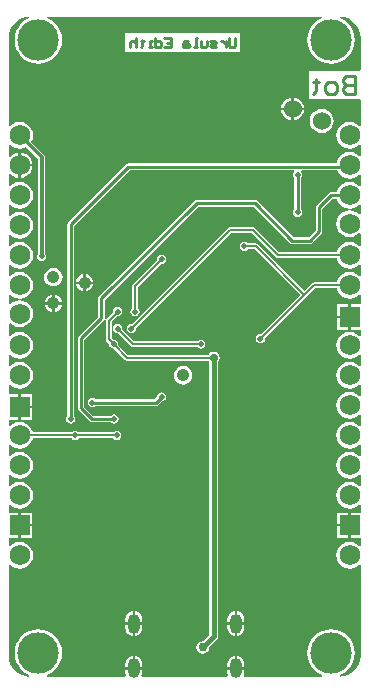
<source format=gbl>
G04*
G04 #@! TF.GenerationSoftware,Altium Limited,Altium Designer,20.2.7 (254)*
G04*
G04 Layer_Physical_Order=2*
G04 Layer_Color=16711680*
%FSLAX25Y25*%
%MOIN*%
G70*
G04*
G04 #@! TF.SameCoordinates,4998CC98-4955-4D50-BC1E-778ED6EA16F9*
G04*
G04*
G04 #@! TF.FilePolarity,Positive*
G04*
G01*
G75*
%ADD10C,0.00787*%
%ADD66C,0.01181*%
%ADD67C,0.00984*%
%ADD68C,0.01575*%
%ADD69C,0.01000*%
%ADD70C,0.06000*%
%ADD71C,0.04173*%
%ADD72C,0.06900*%
%ADD73R,0.06900X0.06900*%
%ADD74O,0.03937X0.06693*%
%ADD75C,0.13780*%
%ADD76C,0.01850*%
%ADD77C,0.02756*%
%ADD78C,0.02953*%
G36*
X106505Y221509D02*
X106421Y221483D01*
X105053Y220752D01*
X103854Y219768D01*
X102870Y218569D01*
X102139Y217201D01*
X101689Y215717D01*
X101537Y214173D01*
X101689Y212630D01*
X102139Y211145D01*
X102870Y209777D01*
X103854Y208578D01*
X105053Y207594D01*
X106421Y206863D01*
X107905Y206413D01*
X109449Y206261D01*
X110992Y206413D01*
X112477Y206863D01*
X113845Y207594D01*
X115043Y208578D01*
X116027Y209777D01*
X116759Y211145D01*
X117209Y212630D01*
X117361Y214173D01*
X117209Y215717D01*
X116759Y217201D01*
X116027Y218569D01*
X115043Y219768D01*
X113845Y220752D01*
X112477Y221483D01*
X112384Y221511D01*
X112480Y221994D01*
X112694Y221983D01*
X113584Y221895D01*
X114911Y221493D01*
X116133Y220840D01*
X117204Y219960D01*
X118084Y218889D01*
X118737Y217667D01*
X119140Y216340D01*
X119268Y215037D01*
X119253Y214961D01*
Y204200D01*
X118753Y203766D01*
X101918D01*
Y194587D01*
X118753D01*
X119095Y194587D01*
X119253Y194152D01*
Y185736D01*
X118930Y185626D01*
X118753Y185599D01*
X117847Y186295D01*
X116768Y186741D01*
X115610Y186894D01*
X114453Y186741D01*
X113374Y186295D01*
X112448Y185584D01*
X111737Y184658D01*
X111290Y183579D01*
X111138Y182421D01*
X111290Y181264D01*
X111737Y180185D01*
X112448Y179259D01*
X113374Y178548D01*
X114453Y178101D01*
X115610Y177949D01*
X116768Y178101D01*
X117847Y178548D01*
X118753Y179243D01*
X118930Y179216D01*
X119253Y179106D01*
Y175736D01*
X118930Y175627D01*
X118753Y175599D01*
X117847Y176295D01*
X116768Y176741D01*
X115610Y176894D01*
X114453Y176741D01*
X113374Y176295D01*
X112448Y175584D01*
X111737Y174657D01*
X111290Y173579D01*
X111221Y173053D01*
X41831D01*
X41408Y172969D01*
X41050Y172729D01*
X21842Y153522D01*
X21603Y153163D01*
X21519Y152741D01*
Y88872D01*
X21195Y88387D01*
X21077Y87795D01*
X21195Y87204D01*
X21530Y86703D01*
X22031Y86367D01*
X22623Y86250D01*
X23214Y86367D01*
X23716Y86703D01*
X24051Y87204D01*
X24168Y87795D01*
X24051Y88387D01*
X23727Y88872D01*
Y152284D01*
X42288Y170845D01*
X96904D01*
X97025Y170668D01*
X97126Y170345D01*
X96850Y169932D01*
X96732Y169341D01*
X96850Y168749D01*
X97124Y168338D01*
Y157770D01*
X96801Y157285D01*
X96683Y156693D01*
X96801Y156102D01*
X97136Y155601D01*
X97637Y155265D01*
X98228Y155148D01*
X98820Y155265D01*
X99321Y155601D01*
X99656Y156102D01*
X99774Y156693D01*
X99656Y157285D01*
X99332Y157770D01*
Y168222D01*
X99370Y168248D01*
X99705Y168749D01*
X99823Y169341D01*
X99705Y169932D01*
X99429Y170345D01*
X99531Y170668D01*
X99651Y170845D01*
X111464D01*
X111737Y170185D01*
X112448Y169259D01*
X113374Y168548D01*
X114453Y168101D01*
X115610Y167949D01*
X116768Y168101D01*
X117847Y168548D01*
X118753Y169243D01*
X118930Y169216D01*
X119253Y169106D01*
Y165736D01*
X118930Y165627D01*
X118753Y165599D01*
X117847Y166295D01*
X116768Y166741D01*
X115610Y166894D01*
X114453Y166741D01*
X113374Y166295D01*
X112448Y165584D01*
X111737Y164657D01*
X111290Y163579D01*
X111283Y163525D01*
X109468D01*
X109046Y163441D01*
X108688Y163202D01*
X104633Y159147D01*
X104393Y158789D01*
X104309Y158366D01*
Y150851D01*
X101905Y148446D01*
X97012D01*
X84934Y160525D01*
X84576Y160764D01*
X84153Y160848D01*
X64567D01*
X64144Y160764D01*
X63786Y160525D01*
X32094Y128832D01*
X31854Y128474D01*
X31770Y128051D01*
Y122015D01*
X25302Y115547D01*
X25063Y115189D01*
X24979Y114767D01*
Y91535D01*
X25063Y91113D01*
X25302Y90755D01*
X28959Y87098D01*
X29317Y86859D01*
X29740Y86775D01*
X35947D01*
X36431Y86451D01*
X37023Y86333D01*
X37614Y86451D01*
X38116Y86786D01*
X38451Y87287D01*
X38568Y87878D01*
X38451Y88470D01*
X38116Y88971D01*
X37614Y89306D01*
X37023Y89424D01*
X36431Y89306D01*
X35947Y88982D01*
X30197D01*
X27187Y91993D01*
Y114310D01*
X33655Y120778D01*
X33806Y121004D01*
X34277Y120809D01*
X34232Y120583D01*
Y114529D01*
X34308Y114145D01*
X34526Y113820D01*
X35443Y112902D01*
X35423Y112797D01*
X35540Y112205D01*
X35875Y111704D01*
X36377Y111369D01*
X36968Y111251D01*
X37073Y111272D01*
X40728Y107617D01*
X41054Y107400D01*
X41438Y107323D01*
X68579D01*
X68856Y106908D01*
X68871Y106898D01*
Y15956D01*
X66715Y13800D01*
X66614Y13820D01*
X65808Y13660D01*
X65124Y13203D01*
X64667Y12519D01*
X64507Y11713D01*
X64667Y10906D01*
X65124Y10222D01*
X65808Y9766D01*
X66614Y9605D01*
X67421Y9766D01*
X68104Y10222D01*
X68561Y10906D01*
X68722Y11713D01*
X68702Y11813D01*
X71269Y14381D01*
X71574Y14836D01*
X71681Y15374D01*
Y106898D01*
X71695Y106908D01*
X72130Y107559D01*
X72283Y108327D01*
X72130Y109095D01*
X71695Y109746D01*
X71044Y110181D01*
X70276Y110334D01*
X69507Y110181D01*
X68856Y109746D01*
X68579Y109330D01*
X41854D01*
X38492Y112691D01*
X38513Y112797D01*
X38396Y113388D01*
X38061Y113890D01*
X37559Y114225D01*
X36968Y114342D01*
X36863Y114321D01*
X36239Y114945D01*
Y120167D01*
X38170Y122098D01*
X38275Y122077D01*
X38866Y122194D01*
X39368Y122529D01*
X39703Y123031D01*
X39821Y123622D01*
X39703Y124213D01*
X39368Y124715D01*
X38866Y125050D01*
X38275Y125168D01*
X37684Y125050D01*
X37182Y124715D01*
X36847Y124213D01*
X36730Y123622D01*
X36751Y123517D01*
X34526Y121292D01*
X34396Y121098D01*
X33925Y121293D01*
X33978Y121558D01*
Y127594D01*
X65024Y158640D01*
X83696D01*
X95775Y146562D01*
X96133Y146323D01*
X96555Y146239D01*
X102362D01*
X102785Y146323D01*
X103143Y146562D01*
X106194Y149613D01*
X106433Y149971D01*
X106517Y150394D01*
Y157909D01*
X109926Y161317D01*
X111283D01*
X111290Y161264D01*
X111737Y160185D01*
X112448Y159259D01*
X113374Y158548D01*
X114453Y158101D01*
X115610Y157949D01*
X116768Y158101D01*
X117847Y158548D01*
X118753Y159243D01*
X118930Y159216D01*
X119253Y159107D01*
Y156236D01*
X118930Y156126D01*
X118753Y156099D01*
X117847Y156795D01*
X116768Y157241D01*
X115610Y157394D01*
X114453Y157241D01*
X113374Y156795D01*
X112448Y156084D01*
X111737Y155157D01*
X111290Y154079D01*
X111138Y152921D01*
X111290Y151764D01*
X111737Y150685D01*
X112448Y149759D01*
X113374Y149048D01*
X114453Y148601D01*
X115610Y148449D01*
X116768Y148601D01*
X117847Y149048D01*
X118753Y149743D01*
X118930Y149716D01*
X119253Y149607D01*
Y145736D01*
X118930Y145626D01*
X118753Y145599D01*
X117847Y146295D01*
X116768Y146741D01*
X115610Y146894D01*
X114453Y146741D01*
X113374Y146295D01*
X112448Y145584D01*
X111737Y144658D01*
X111308Y143622D01*
X92148D01*
X84095Y151674D01*
X83770Y151892D01*
X83386Y151968D01*
X75875D01*
X75491Y151892D01*
X75165Y151674D01*
X42982Y119491D01*
X42876Y119511D01*
X42285Y119394D01*
X41784Y119059D01*
X41449Y118558D01*
X41331Y117966D01*
X41449Y117375D01*
X41784Y116873D01*
X42285Y116538D01*
X42876Y116421D01*
X43468Y116538D01*
X43969Y116873D01*
X44304Y117375D01*
X44422Y117966D01*
X44401Y118071D01*
X76291Y149961D01*
X82970D01*
X91023Y141909D01*
X91348Y141691D01*
X91732Y141615D01*
X111244D01*
X111290Y141264D01*
X111737Y140185D01*
X112448Y139259D01*
X113374Y138548D01*
X114453Y138101D01*
X115610Y137949D01*
X116768Y138101D01*
X117847Y138548D01*
X118753Y139243D01*
X118930Y139216D01*
X119253Y139107D01*
Y135736D01*
X118930Y135626D01*
X118753Y135599D01*
X117847Y136295D01*
X116768Y136741D01*
X115610Y136894D01*
X114453Y136741D01*
X113374Y136295D01*
X112448Y135584D01*
X111737Y134658D01*
X111290Y133579D01*
X111270Y133425D01*
X103626D01*
X103242Y133348D01*
X102916Y133131D01*
X100464Y130679D01*
X85060Y146084D01*
X84734Y146301D01*
X84350Y146378D01*
X81664D01*
X81605Y146467D01*
X81103Y146802D01*
X80512Y146920D01*
X79920Y146802D01*
X79419Y146467D01*
X79084Y145965D01*
X78966Y145374D01*
X79084Y144783D01*
X79419Y144281D01*
X79920Y143946D01*
X80512Y143829D01*
X81103Y143946D01*
X81605Y144281D01*
X81664Y144370D01*
X83934D01*
X99045Y129260D01*
X85922Y116137D01*
X85817Y116158D01*
X85225Y116040D01*
X84724Y115705D01*
X84389Y115204D01*
X84272Y114612D01*
X84389Y114021D01*
X84724Y113520D01*
X85225Y113184D01*
X85817Y113067D01*
X86408Y113184D01*
X86910Y113520D01*
X87245Y114021D01*
X87362Y114612D01*
X87341Y114718D01*
X101174Y128550D01*
X101174Y128550D01*
X104042Y131418D01*
X111270D01*
X111290Y131264D01*
X111737Y130185D01*
X112448Y129259D01*
X113374Y128548D01*
X114453Y128101D01*
X115610Y127949D01*
X116768Y128101D01*
X117847Y128548D01*
X118753Y129243D01*
X118930Y129216D01*
X119253Y129106D01*
Y126159D01*
X116004D01*
Y121921D01*
Y117684D01*
X119253D01*
Y115736D01*
X118930Y115627D01*
X118753Y115599D01*
X117847Y116295D01*
X116768Y116741D01*
X115610Y116894D01*
X114453Y116741D01*
X113374Y116295D01*
X112448Y115584D01*
X111737Y114657D01*
X111290Y113579D01*
X111138Y112421D01*
X111290Y111264D01*
X111737Y110185D01*
X112448Y109259D01*
X113374Y108548D01*
X114453Y108101D01*
X115610Y107949D01*
X116768Y108101D01*
X117847Y108548D01*
X118753Y109243D01*
X118930Y109216D01*
X119253Y109107D01*
Y105736D01*
X118930Y105626D01*
X118753Y105599D01*
X117847Y106295D01*
X116768Y106741D01*
X115610Y106894D01*
X114453Y106741D01*
X113374Y106295D01*
X112448Y105584D01*
X111737Y104657D01*
X111290Y103579D01*
X111138Y102421D01*
X111290Y101264D01*
X111737Y100185D01*
X112448Y99259D01*
X113374Y98548D01*
X114453Y98101D01*
X115610Y97949D01*
X116768Y98101D01*
X117847Y98548D01*
X118753Y99243D01*
X118930Y99216D01*
X119253Y99107D01*
Y95736D01*
X118930Y95626D01*
X118753Y95599D01*
X117847Y96295D01*
X116768Y96741D01*
X115610Y96894D01*
X114453Y96741D01*
X113374Y96295D01*
X112448Y95584D01*
X111737Y94657D01*
X111290Y93579D01*
X111138Y92421D01*
X111290Y91264D01*
X111737Y90185D01*
X112448Y89259D01*
X113374Y88548D01*
X114453Y88101D01*
X115610Y87949D01*
X116768Y88101D01*
X117847Y88548D01*
X118753Y89243D01*
X118930Y89216D01*
X119253Y89107D01*
Y85736D01*
X118930Y85627D01*
X118753Y85599D01*
X117847Y86295D01*
X116768Y86741D01*
X115610Y86894D01*
X114453Y86741D01*
X113374Y86295D01*
X112448Y85584D01*
X111737Y84658D01*
X111290Y83579D01*
X111138Y82421D01*
X111290Y81264D01*
X111737Y80185D01*
X112448Y79259D01*
X113374Y78548D01*
X114453Y78101D01*
X115610Y77949D01*
X116768Y78101D01*
X117847Y78548D01*
X118753Y79243D01*
X118930Y79216D01*
X119253Y79106D01*
Y75736D01*
X118930Y75626D01*
X118753Y75599D01*
X117847Y76295D01*
X116768Y76741D01*
X115610Y76894D01*
X114453Y76741D01*
X113374Y76295D01*
X112448Y75584D01*
X111737Y74657D01*
X111290Y73579D01*
X111138Y72421D01*
X111290Y71264D01*
X111737Y70185D01*
X112448Y69259D01*
X113374Y68548D01*
X114453Y68101D01*
X115610Y67949D01*
X116768Y68101D01*
X117847Y68548D01*
X118753Y69243D01*
X118930Y69216D01*
X119253Y69107D01*
Y65736D01*
X118930Y65627D01*
X118753Y65599D01*
X117847Y66295D01*
X116768Y66741D01*
X115610Y66894D01*
X114453Y66741D01*
X113374Y66295D01*
X112448Y65584D01*
X111737Y64657D01*
X111290Y63579D01*
X111138Y62421D01*
X111290Y61264D01*
X111737Y60185D01*
X112448Y59259D01*
X113374Y58548D01*
X114453Y58101D01*
X115610Y57949D01*
X116768Y58101D01*
X117847Y58548D01*
X118753Y59243D01*
X118930Y59216D01*
X119253Y59106D01*
Y56659D01*
X116004D01*
Y52421D01*
Y48184D01*
X119253D01*
Y45736D01*
X118930Y45627D01*
X118753Y45599D01*
X117847Y46295D01*
X116768Y46741D01*
X115610Y46894D01*
X114453Y46741D01*
X113374Y46295D01*
X112448Y45584D01*
X111737Y44657D01*
X111290Y43579D01*
X111138Y42421D01*
X111290Y41264D01*
X111737Y40185D01*
X112448Y39259D01*
X113374Y38548D01*
X114453Y38101D01*
X115610Y37949D01*
X116768Y38101D01*
X117847Y38548D01*
X118753Y39243D01*
X118930Y39216D01*
X119253Y39107D01*
Y9055D01*
X119268Y8979D01*
X119140Y7676D01*
X118737Y6349D01*
X118084Y5127D01*
X117204Y4055D01*
X116133Y3176D01*
X114911Y2523D01*
X113584Y2120D01*
X112694Y2033D01*
X112480Y2021D01*
X112384Y2505D01*
X112477Y2533D01*
X113845Y3264D01*
X115043Y4248D01*
X116027Y5447D01*
X116759Y6815D01*
X117209Y8299D01*
X117361Y9843D01*
X117209Y11386D01*
X116759Y12870D01*
X116027Y14238D01*
X115043Y15437D01*
X113845Y16421D01*
X112477Y17152D01*
X110992Y17603D01*
X109449Y17755D01*
X107905Y17603D01*
X106421Y17152D01*
X105053Y16421D01*
X103854Y15437D01*
X102870Y14238D01*
X102139Y12870D01*
X101689Y11386D01*
X101537Y9843D01*
X101689Y8299D01*
X102139Y6815D01*
X102870Y5447D01*
X103854Y4248D01*
X105053Y3264D01*
X106421Y2533D01*
X106505Y2507D01*
X106431Y2007D01*
X80516D01*
X80238Y2423D01*
X80323Y2627D01*
X80418Y3347D01*
Y4331D01*
X74858D01*
Y3347D01*
X74953Y2627D01*
X75037Y2423D01*
X74760Y2007D01*
X46500Y2007D01*
X46222Y2423D01*
X46307Y2627D01*
X46402Y3347D01*
Y4331D01*
X40842D01*
Y3347D01*
X40937Y2627D01*
X41022Y2423D01*
X40744Y2007D01*
X14829D01*
X14754Y2507D01*
X14839Y2533D01*
X16207Y3264D01*
X17406Y4248D01*
X18390Y5447D01*
X19121Y6815D01*
X19571Y8299D01*
X19723Y9843D01*
X19571Y11386D01*
X19121Y12870D01*
X18390Y14238D01*
X17406Y15437D01*
X16207Y16421D01*
X14839Y17152D01*
X13355Y17603D01*
X11811Y17755D01*
X10267Y17603D01*
X8783Y17152D01*
X7415Y16421D01*
X6216Y15437D01*
X5232Y14238D01*
X4501Y12870D01*
X4051Y11386D01*
X3899Y9843D01*
X4051Y8299D01*
X4501Y6815D01*
X5232Y5447D01*
X6216Y4248D01*
X7415Y3264D01*
X8783Y2533D01*
X8876Y2505D01*
X8778Y2012D01*
X7676Y2120D01*
X6349Y2523D01*
X5127Y3176D01*
X4055Y4055D01*
X3176Y5127D01*
X2523Y6349D01*
X2120Y7676D01*
X1992Y8979D01*
X2007Y9055D01*
Y39098D01*
X2507Y39213D01*
X3374Y38548D01*
X4453Y38101D01*
X5610Y37949D01*
X6768Y38101D01*
X7846Y38548D01*
X8773Y39259D01*
X9483Y40185D01*
X9930Y41264D01*
X10083Y42421D01*
X9930Y43579D01*
X9483Y44657D01*
X8773Y45584D01*
X7846Y46295D01*
X6768Y46741D01*
X5610Y46894D01*
X4453Y46741D01*
X3374Y46295D01*
X2507Y45629D01*
X2007Y45744D01*
Y48184D01*
X5217D01*
Y52421D01*
Y56659D01*
X2007D01*
Y59098D01*
X2507Y59213D01*
X3374Y58548D01*
X4453Y58101D01*
X5610Y57949D01*
X6768Y58101D01*
X7846Y58548D01*
X8773Y59259D01*
X9483Y60185D01*
X9930Y61264D01*
X10083Y62421D01*
X9930Y63579D01*
X9483Y64657D01*
X8773Y65584D01*
X7846Y66295D01*
X6768Y66741D01*
X5610Y66894D01*
X4453Y66741D01*
X3374Y66295D01*
X2507Y65629D01*
X2007Y65745D01*
Y69098D01*
X2507Y69213D01*
X3374Y68548D01*
X4453Y68101D01*
X5610Y67949D01*
X6768Y68101D01*
X7846Y68548D01*
X8773Y69259D01*
X9483Y70185D01*
X9930Y71264D01*
X10083Y72421D01*
X9930Y73579D01*
X9483Y74657D01*
X8773Y75584D01*
X7846Y76295D01*
X6768Y76741D01*
X5610Y76894D01*
X4453Y76741D01*
X3374Y76295D01*
X2507Y75629D01*
X2007Y75744D01*
Y79098D01*
X2507Y79213D01*
X3374Y78548D01*
X4453Y78101D01*
X5610Y77949D01*
X6768Y78101D01*
X7846Y78548D01*
X8773Y79259D01*
X9483Y80185D01*
X9930Y81264D01*
X9951Y81418D01*
X22962D01*
X23021Y81328D01*
X23523Y80993D01*
X24114Y80876D01*
X24706Y80993D01*
X25207Y81328D01*
X25267Y81418D01*
X36839D01*
X36899Y81328D01*
X37400Y80993D01*
X37991Y80876D01*
X38583Y80993D01*
X39084Y81328D01*
X39419Y81830D01*
X39537Y82421D01*
X39419Y83013D01*
X39084Y83514D01*
X38583Y83849D01*
X37991Y83967D01*
X37400Y83849D01*
X36899Y83514D01*
X36839Y83425D01*
X25267D01*
X25207Y83514D01*
X24706Y83849D01*
X24114Y83967D01*
X23523Y83849D01*
X23021Y83514D01*
X22962Y83425D01*
X9951D01*
X9930Y83579D01*
X9483Y84658D01*
X8773Y85584D01*
X7846Y86295D01*
X6768Y86741D01*
X5610Y86894D01*
X4453Y86741D01*
X3374Y86295D01*
X2507Y85629D01*
X2007Y85745D01*
Y87684D01*
X5217D01*
Y91921D01*
Y96159D01*
X2007D01*
Y99098D01*
X2507Y99213D01*
X3374Y98548D01*
X4453Y98101D01*
X5610Y97949D01*
X6768Y98101D01*
X7846Y98548D01*
X8773Y99259D01*
X9483Y100185D01*
X9930Y101264D01*
X10083Y102421D01*
X9930Y103579D01*
X9483Y104657D01*
X8773Y105584D01*
X7846Y106295D01*
X6768Y106741D01*
X5610Y106894D01*
X4453Y106741D01*
X3374Y106295D01*
X2507Y105629D01*
X2007Y105745D01*
Y109098D01*
X2507Y109213D01*
X3374Y108548D01*
X4453Y108101D01*
X5610Y107949D01*
X6768Y108101D01*
X7846Y108548D01*
X8773Y109259D01*
X9483Y110185D01*
X9930Y111264D01*
X10083Y112421D01*
X9930Y113579D01*
X9483Y114657D01*
X8773Y115584D01*
X7846Y116295D01*
X6768Y116741D01*
X5610Y116894D01*
X4453Y116741D01*
X3374Y116295D01*
X2507Y115629D01*
X2007Y115744D01*
Y119598D01*
X2507Y119713D01*
X3374Y119048D01*
X4453Y118601D01*
X5610Y118449D01*
X6768Y118601D01*
X7846Y119048D01*
X8773Y119759D01*
X9483Y120685D01*
X9930Y121764D01*
X10083Y122921D01*
X9930Y124079D01*
X9483Y125157D01*
X8773Y126084D01*
X7846Y126795D01*
X6768Y127241D01*
X5610Y127394D01*
X4453Y127241D01*
X3374Y126795D01*
X2507Y126129D01*
X2007Y126244D01*
Y129098D01*
X2507Y129213D01*
X3374Y128548D01*
X4453Y128101D01*
X5610Y127949D01*
X6768Y128101D01*
X7846Y128548D01*
X8773Y129259D01*
X9483Y130185D01*
X9930Y131264D01*
X10083Y132421D01*
X9930Y133579D01*
X9483Y134658D01*
X8773Y135584D01*
X7846Y136295D01*
X6768Y136741D01*
X5610Y136894D01*
X4453Y136741D01*
X3374Y136295D01*
X2507Y135629D01*
X2007Y135745D01*
Y139098D01*
X2507Y139213D01*
X3374Y138548D01*
X4453Y138101D01*
X5610Y137949D01*
X6768Y138101D01*
X7846Y138548D01*
X8773Y139259D01*
X9483Y140185D01*
X9930Y141264D01*
X10083Y142421D01*
X9930Y143579D01*
X9483Y144658D01*
X8773Y145584D01*
X7846Y146295D01*
X6768Y146741D01*
X5610Y146894D01*
X4453Y146741D01*
X3374Y146295D01*
X2507Y145629D01*
X2007Y145745D01*
Y149098D01*
X2507Y149213D01*
X3374Y148548D01*
X4453Y148101D01*
X5610Y147949D01*
X6768Y148101D01*
X7846Y148548D01*
X8773Y149259D01*
X9483Y150185D01*
X9930Y151264D01*
X10083Y152421D01*
X9930Y153579D01*
X9483Y154657D01*
X8773Y155584D01*
X7846Y156295D01*
X6768Y156741D01*
X5610Y156894D01*
X4453Y156741D01*
X3374Y156295D01*
X2507Y155629D01*
X2007Y155745D01*
Y159098D01*
X2507Y159213D01*
X3374Y158548D01*
X4453Y158101D01*
X5610Y157949D01*
X6768Y158101D01*
X7846Y158548D01*
X8773Y159259D01*
X9483Y160185D01*
X9930Y161264D01*
X10083Y162421D01*
X9930Y163579D01*
X9483Y164657D01*
X8773Y165584D01*
X7846Y166295D01*
X6768Y166741D01*
X5610Y166894D01*
X4453Y166741D01*
X3374Y166295D01*
X2507Y165629D01*
X2007Y165744D01*
Y169378D01*
X2481Y169539D01*
X2588Y169399D01*
X3473Y168720D01*
X4504Y168293D01*
X5217Y168199D01*
Y172421D01*
Y176643D01*
X4504Y176550D01*
X3473Y176123D01*
X2588Y175443D01*
X2481Y175303D01*
X2007Y175464D01*
Y179098D01*
X2507Y179213D01*
X3374Y178548D01*
X4453Y178101D01*
X5610Y177949D01*
X6768Y178101D01*
X7800Y178529D01*
X11689Y174639D01*
Y142954D01*
X11466Y142619D01*
X11348Y142028D01*
X11466Y141436D01*
X11801Y140935D01*
X12302Y140600D01*
X12894Y140482D01*
X13485Y140600D01*
X13986Y140935D01*
X14322Y141436D01*
X14439Y142028D01*
X14322Y142619D01*
X14098Y142954D01*
Y175138D01*
X14006Y175599D01*
X13745Y175989D01*
X13745Y175989D01*
X9503Y180232D01*
X9930Y181264D01*
X10083Y182421D01*
X9930Y183579D01*
X9483Y184658D01*
X8773Y185584D01*
X7846Y186295D01*
X6768Y186741D01*
X5610Y186894D01*
X4453Y186741D01*
X3374Y186295D01*
X2507Y185629D01*
X2007Y185745D01*
Y214961D01*
X1992Y215037D01*
X2120Y216340D01*
X2523Y217667D01*
X3176Y218889D01*
X4055Y219960D01*
X5127Y220840D01*
X6349Y221493D01*
X7676Y221895D01*
X8778Y222004D01*
X8876Y221511D01*
X8783Y221483D01*
X7415Y220752D01*
X6216Y219768D01*
X5232Y218569D01*
X4501Y217201D01*
X4051Y215717D01*
X3899Y214173D01*
X4051Y212630D01*
X4501Y211145D01*
X5232Y209777D01*
X6216Y208578D01*
X7415Y207594D01*
X8783Y206863D01*
X10267Y206413D01*
X11811Y206261D01*
X13355Y206413D01*
X14839Y206863D01*
X16207Y207594D01*
X17406Y208578D01*
X18390Y209777D01*
X19121Y211145D01*
X19571Y212630D01*
X19723Y214173D01*
X19571Y215717D01*
X19121Y217201D01*
X18390Y218569D01*
X17406Y219768D01*
X16207Y220752D01*
X14839Y221483D01*
X14754Y221509D01*
X14829Y222009D01*
X106431Y222009D01*
X106505Y221509D01*
D02*
G37*
%LPC*%
G36*
X79035Y216467D02*
X40695D01*
Y210138D01*
X79035D01*
Y216467D01*
D02*
G37*
G36*
X96964Y194969D02*
Y191595D01*
X100339D01*
X100260Y192190D01*
X99879Y193111D01*
X99272Y193902D01*
X98480Y194509D01*
X97559Y194891D01*
X96964Y194969D01*
D02*
G37*
G36*
X96177D02*
X95582Y194891D01*
X94660Y194509D01*
X93869Y193902D01*
X93262Y193111D01*
X92880Y192190D01*
X92802Y191595D01*
X96177D01*
Y194969D01*
D02*
G37*
G36*
X100339Y190807D02*
X96964D01*
Y187433D01*
X97559Y187511D01*
X98480Y187892D01*
X99272Y188500D01*
X99879Y189291D01*
X100260Y190212D01*
X100339Y190807D01*
D02*
G37*
G36*
X96177D02*
X92802D01*
X92880Y190212D01*
X93262Y189291D01*
X93869Y188500D01*
X94660Y187892D01*
X95582Y187511D01*
X96177Y187433D01*
Y190807D01*
D02*
G37*
G36*
X106299Y191223D02*
X105259Y191086D01*
X104290Y190685D01*
X103458Y190046D01*
X102819Y189214D01*
X102418Y188245D01*
X102281Y187205D01*
X102418Y186165D01*
X102819Y185195D01*
X103458Y184363D01*
X104290Y183724D01*
X105259Y183323D01*
X106299Y183186D01*
X107339Y183323D01*
X108308Y183724D01*
X109141Y184363D01*
X109779Y185195D01*
X110181Y186165D01*
X110318Y187205D01*
X110181Y188245D01*
X109779Y189214D01*
X109141Y190046D01*
X108308Y190685D01*
X107339Y191086D01*
X106299Y191223D01*
D02*
G37*
G36*
X6004Y176643D02*
Y172815D01*
X9832D01*
X9739Y173527D01*
X9312Y174558D01*
X8632Y175443D01*
X7747Y176123D01*
X6716Y176550D01*
X6004Y176643D01*
D02*
G37*
G36*
X9832Y172028D02*
X6004D01*
Y168199D01*
X6716Y168293D01*
X7747Y168720D01*
X8632Y169399D01*
X9312Y170284D01*
X9739Y171315D01*
X9832Y172028D01*
D02*
G37*
G36*
X52953Y142589D02*
X52362Y142471D01*
X51860Y142136D01*
X51525Y141635D01*
X51408Y141043D01*
X51429Y140938D01*
X43343Y132852D01*
X43125Y132526D01*
X43049Y132142D01*
Y124775D01*
X42960Y124715D01*
X42625Y124213D01*
X42507Y123622D01*
X42625Y123031D01*
X42960Y122529D01*
X43461Y122194D01*
X44052Y122077D01*
X44644Y122194D01*
X45145Y122529D01*
X45480Y123031D01*
X45598Y123622D01*
X45480Y124213D01*
X45145Y124715D01*
X45056Y124775D01*
Y131727D01*
X52848Y139519D01*
X52953Y139498D01*
X53545Y139615D01*
X54046Y139951D01*
X54381Y140452D01*
X54499Y141043D01*
X54381Y141635D01*
X54046Y142136D01*
X53545Y142471D01*
X52953Y142589D01*
D02*
G37*
G36*
X27658Y136119D02*
Y133666D01*
X30112D01*
X30065Y134022D01*
X29775Y134722D01*
X29315Y135322D01*
X28714Y135783D01*
X28015Y136072D01*
X27658Y136119D01*
D02*
G37*
G36*
X26871D02*
X26515Y136072D01*
X25815Y135783D01*
X25215Y135322D01*
X24754Y134722D01*
X24465Y134022D01*
X24418Y133666D01*
X26871D01*
Y136119D01*
D02*
G37*
G36*
X16871Y138235D02*
X16069Y138130D01*
X15322Y137820D01*
X14681Y137328D01*
X14189Y136687D01*
X13879Y135940D01*
X13774Y135138D01*
X13879Y134336D01*
X14189Y133589D01*
X14681Y132948D01*
X15322Y132455D01*
X16069Y132146D01*
X16871Y132040D01*
X17673Y132146D01*
X18420Y132455D01*
X19061Y132948D01*
X19553Y133589D01*
X19863Y134336D01*
X19968Y135138D01*
X19863Y135940D01*
X19553Y136687D01*
X19061Y137328D01*
X18420Y137820D01*
X17673Y138130D01*
X16871Y138235D01*
D02*
G37*
G36*
X26871Y132878D02*
X24418D01*
X24465Y132522D01*
X24754Y131823D01*
X25215Y131222D01*
X25815Y130762D01*
X26515Y130472D01*
X26871Y130425D01*
Y132878D01*
D02*
G37*
G36*
X30112D02*
X27658D01*
Y130425D01*
X28015Y130472D01*
X28714Y130762D01*
X29315Y131222D01*
X29775Y131823D01*
X30065Y132522D01*
X30112Y132878D01*
D02*
G37*
G36*
X17265Y129225D02*
Y126772D01*
X19718D01*
X19671Y127128D01*
X19381Y127827D01*
X18921Y128428D01*
X18320Y128888D01*
X17621Y129178D01*
X17265Y129225D01*
D02*
G37*
G36*
X16477D02*
X16121Y129178D01*
X15422Y128888D01*
X14821Y128428D01*
X14361Y127827D01*
X14071Y127128D01*
X14024Y126772D01*
X16477D01*
Y129225D01*
D02*
G37*
G36*
X19718Y125984D02*
X17265D01*
Y123531D01*
X17621Y123578D01*
X18320Y123867D01*
X18921Y124328D01*
X19381Y124928D01*
X19671Y125628D01*
X19718Y125984D01*
D02*
G37*
G36*
X16477D02*
X14024D01*
X14071Y125628D01*
X14361Y124928D01*
X14821Y124328D01*
X15422Y123867D01*
X16121Y123578D01*
X16477Y123531D01*
Y125984D01*
D02*
G37*
G36*
X115217Y126159D02*
X111373D01*
Y122315D01*
X115217D01*
Y126159D01*
D02*
G37*
G36*
Y121528D02*
X111373D01*
Y117684D01*
X115217D01*
Y121528D01*
D02*
G37*
G36*
X38275Y119511D02*
X37684Y119394D01*
X37182Y119059D01*
X36847Y118558D01*
X36730Y117966D01*
X36847Y117375D01*
X37182Y116873D01*
X37684Y116538D01*
X38275Y116421D01*
X38380Y116442D01*
X42735Y112087D01*
X43060Y111870D01*
X43444Y111793D01*
X64832D01*
X64892Y111704D01*
X65393Y111369D01*
X65985Y111251D01*
X66576Y111369D01*
X67077Y111704D01*
X67413Y112205D01*
X67530Y112797D01*
X67413Y113388D01*
X67077Y113890D01*
X66576Y114225D01*
X65985Y114342D01*
X65393Y114225D01*
X64892Y113890D01*
X64832Y113800D01*
X43860D01*
X39800Y117861D01*
X39821Y117966D01*
X39703Y118558D01*
X39368Y119059D01*
X38866Y119394D01*
X38275Y119511D01*
D02*
G37*
G36*
X60098Y105519D02*
X59296Y105413D01*
X58549Y105104D01*
X57907Y104611D01*
X57415Y103970D01*
X57106Y103223D01*
X57000Y102421D01*
X57106Y101620D01*
X57415Y100873D01*
X57907Y100231D01*
X58549Y99739D01*
X59296Y99429D01*
X60098Y99324D01*
X60899Y99429D01*
X61646Y99739D01*
X62288Y100231D01*
X62780Y100873D01*
X63090Y101620D01*
X63195Y102421D01*
X63090Y103223D01*
X62780Y103970D01*
X62288Y104611D01*
X61646Y105104D01*
X60899Y105413D01*
X60098Y105519D01*
D02*
G37*
G36*
X52953Y96801D02*
X52362Y96683D01*
X51860Y96348D01*
X51525Y95846D01*
X51412Y95275D01*
X50528Y94390D01*
X30899D01*
X30414Y94714D01*
X29823Y94832D01*
X29231Y94714D01*
X28730Y94379D01*
X28395Y93878D01*
X28277Y93287D01*
X28395Y92695D01*
X28730Y92194D01*
X29231Y91859D01*
X29823Y91741D01*
X30414Y91859D01*
X30899Y92183D01*
X50985D01*
X51407Y92267D01*
X51765Y92506D01*
X52973Y93714D01*
X53545Y93827D01*
X54046Y94162D01*
X54381Y94664D01*
X54499Y95255D01*
X54381Y95846D01*
X54046Y96348D01*
X53545Y96683D01*
X52953Y96801D01*
D02*
G37*
G36*
X9848Y96159D02*
X6004D01*
Y92315D01*
X9848D01*
Y96159D01*
D02*
G37*
G36*
Y91528D02*
X6004D01*
Y87684D01*
X9848D01*
Y91528D01*
D02*
G37*
G36*
Y56659D02*
X6004D01*
Y52815D01*
X9848D01*
Y56659D01*
D02*
G37*
G36*
X115217D02*
X111373D01*
Y52815D01*
X115217D01*
Y56659D01*
D02*
G37*
G36*
Y52028D02*
X111373D01*
Y48184D01*
X115217D01*
Y52028D01*
D02*
G37*
G36*
X9848D02*
X6004D01*
Y48184D01*
X9848D01*
Y52028D01*
D02*
G37*
G36*
X78031Y23791D02*
Y20079D01*
X80418D01*
Y21063D01*
X80323Y21782D01*
X80045Y22453D01*
X79603Y23029D01*
X79028Y23470D01*
X78357Y23748D01*
X78031Y23791D01*
D02*
G37*
G36*
X77244D02*
X76918Y23748D01*
X76248Y23470D01*
X75672Y23029D01*
X75230Y22453D01*
X74953Y21782D01*
X74858Y21063D01*
Y20079D01*
X77244D01*
Y23791D01*
D02*
G37*
G36*
X44016D02*
Y20079D01*
X46402D01*
Y21063D01*
X46307Y21782D01*
X46029Y22453D01*
X45588Y23029D01*
X45012Y23470D01*
X44341Y23748D01*
X44016Y23791D01*
D02*
G37*
G36*
X43228D02*
X42903Y23748D01*
X42232Y23470D01*
X41657Y23029D01*
X41215Y22453D01*
X40937Y21782D01*
X40842Y21063D01*
Y20079D01*
X43228D01*
Y23791D01*
D02*
G37*
G36*
X80418Y19291D02*
X78031D01*
Y15579D01*
X78357Y15622D01*
X79028Y15900D01*
X79603Y16342D01*
X80045Y16917D01*
X80323Y17588D01*
X80418Y18307D01*
Y19291D01*
D02*
G37*
G36*
X77244D02*
X74858D01*
Y18307D01*
X74953Y17588D01*
X75230Y16917D01*
X75672Y16342D01*
X76248Y15900D01*
X76918Y15622D01*
X77244Y15579D01*
Y19291D01*
D02*
G37*
G36*
X46402D02*
X44016D01*
Y15579D01*
X44341Y15622D01*
X45012Y15900D01*
X45588Y16342D01*
X46029Y16917D01*
X46307Y17588D01*
X46402Y18307D01*
Y19291D01*
D02*
G37*
G36*
X43228D02*
X40842D01*
Y18307D01*
X40937Y17588D01*
X41215Y16917D01*
X41657Y16342D01*
X42232Y15900D01*
X42903Y15622D01*
X43228Y15579D01*
Y19291D01*
D02*
G37*
G36*
X78031Y8830D02*
Y5118D01*
X80418D01*
Y6102D01*
X80323Y6822D01*
X80045Y7492D01*
X79603Y8068D01*
X79028Y8510D01*
X78357Y8787D01*
X78031Y8830D01*
D02*
G37*
G36*
X77244D02*
X76918Y8787D01*
X76248Y8510D01*
X75672Y8068D01*
X75230Y7492D01*
X74953Y6822D01*
X74858Y6102D01*
Y5118D01*
X77244D01*
Y8830D01*
D02*
G37*
G36*
X44016D02*
Y5118D01*
X46402D01*
Y6102D01*
X46307Y6822D01*
X46029Y7492D01*
X45588Y8068D01*
X45012Y8510D01*
X44341Y8787D01*
X44016Y8830D01*
D02*
G37*
G36*
X43228D02*
X42903Y8787D01*
X42232Y8510D01*
X41657Y8068D01*
X41215Y7492D01*
X40937Y6822D01*
X40842Y6102D01*
Y5118D01*
X43228D01*
Y8830D01*
D02*
G37*
%LPD*%
D10*
X35236Y114529D02*
X36968Y112797D01*
X35236Y114529D02*
Y120583D01*
X38275Y117966D02*
X43444Y112797D01*
X36968D02*
X41438Y108327D01*
X35236Y120583D02*
X38275Y123622D01*
X41438Y108327D02*
X70276D01*
X43444Y112797D02*
X65985D01*
X44052Y123622D02*
Y132142D01*
X52953Y141043D01*
X75875Y150965D02*
X83386D01*
X42876Y117966D02*
X75875Y150965D01*
X83386D02*
X91732Y142618D01*
X85817Y114612D02*
X100464Y129260D01*
X115413Y142618D02*
X115610Y142421D01*
X91732Y142618D02*
X115413D01*
X84350Y145374D02*
X100464Y129260D01*
X80512Y145374D02*
X84350D01*
X100464Y129260D02*
X103626Y132421D01*
X115610D01*
X24114Y82421D02*
X37991D01*
X5610D02*
X24114D01*
D66*
X5610Y182421D02*
X12894Y175138D01*
Y142028D02*
Y175138D01*
D67*
X61083Y92246D02*
X61386D01*
X61552Y92412D01*
X50985Y93287D02*
X52953Y95255D01*
X29823Y93287D02*
X50985D01*
X32874Y121558D02*
Y128051D01*
X64567Y159744D02*
X84153D01*
X32874Y128051D02*
X64567Y159744D01*
X41831Y171949D02*
X115138D01*
X22623Y152741D02*
X41831Y171949D01*
X22623Y87795D02*
Y152741D01*
X84153Y159744D02*
X96555Y147343D01*
X102362D01*
X105413Y150394D01*
Y158366D01*
X109468Y162421D02*
X115610D01*
X105413Y158366D02*
X109468Y162421D01*
X115138Y171949D02*
X115610Y172421D01*
X26083Y114767D02*
X32874Y121558D01*
X26083Y91535D02*
Y114767D01*
Y91535D02*
X29740Y87878D01*
X37023D01*
X98228Y156693D02*
Y169291D01*
X98278Y169341D01*
D68*
X66614Y11713D02*
X70276Y15374D01*
Y108327D01*
D69*
X77445Y214877D02*
Y212253D01*
X76920Y211728D01*
X75871D01*
X75346Y212253D01*
Y214877D01*
X74296Y213827D02*
Y211728D01*
Y212778D01*
X73772Y213303D01*
X73247Y213827D01*
X72722D01*
X71148Y211728D02*
X69573D01*
X69049Y212253D01*
X69573Y212778D01*
X70623D01*
X71148Y213303D01*
X70623Y213827D01*
X69049D01*
X67999D02*
Y212253D01*
X67474Y211728D01*
X65900D01*
Y213827D01*
X64850Y211728D02*
X63801D01*
X64326D01*
Y214877D01*
X64850D01*
X61702Y213827D02*
X60652D01*
X60128Y213303D01*
Y211728D01*
X61702D01*
X62227Y212253D01*
X61702Y212778D01*
X60128D01*
X53830Y214877D02*
X55929D01*
Y211728D01*
X53830D01*
X55929Y213303D02*
X54880D01*
X50682Y214877D02*
Y211728D01*
X52256D01*
X52781Y212253D01*
Y213303D01*
X52256Y213827D01*
X50682D01*
X49632Y211728D02*
X48583D01*
X49108D01*
Y213827D01*
X49632D01*
X46484Y214352D02*
Y213827D01*
X47008D01*
X45959D01*
X46484D01*
Y212253D01*
X45959Y211728D01*
X44385Y214877D02*
Y211728D01*
Y213303D01*
X43860Y213827D01*
X42810D01*
X42286Y213303D01*
Y211728D01*
X117504Y202175D02*
Y196177D01*
X114505D01*
X113505Y197177D01*
Y198177D01*
X114505Y199176D01*
X117504D01*
X114505D01*
X113505Y200176D01*
Y201175D01*
X114505Y202175D01*
X117504D01*
X110506Y196177D02*
X108507D01*
X107507Y197177D01*
Y199176D01*
X108507Y200176D01*
X110506D01*
X111506Y199176D01*
Y197177D01*
X110506Y196177D01*
X104508Y201175D02*
Y200176D01*
X105508D01*
X103508D01*
X104508D01*
Y197177D01*
X103508Y196177D01*
D70*
X96570Y191201D02*
D03*
X106299Y187205D02*
D03*
D71*
X27265Y133272D02*
D03*
X16871Y135138D02*
D03*
Y126378D02*
D03*
X60098Y102421D02*
D03*
D72*
X115610Y42421D02*
D03*
Y82421D02*
D03*
Y72421D02*
D03*
Y62421D02*
D03*
Y92421D02*
D03*
Y102421D02*
D03*
Y112421D02*
D03*
Y172421D02*
D03*
Y162421D02*
D03*
Y152921D02*
D03*
Y142421D02*
D03*
Y132421D02*
D03*
Y182421D02*
D03*
X5610Y42421D02*
D03*
Y82421D02*
D03*
Y72421D02*
D03*
Y62421D02*
D03*
Y102421D02*
D03*
Y112421D02*
D03*
Y122921D02*
D03*
Y162421D02*
D03*
Y152421D02*
D03*
Y142421D02*
D03*
Y132421D02*
D03*
Y172421D02*
D03*
Y182421D02*
D03*
D73*
X115610Y52421D02*
D03*
Y121921D02*
D03*
X5610Y52421D02*
D03*
Y91921D02*
D03*
D74*
X77638Y4724D02*
D03*
X43622D02*
D03*
X77638Y19685D02*
D03*
X43622D02*
D03*
D75*
X11811Y9843D02*
D03*
Y214173D02*
D03*
X109449Y9843D02*
D03*
Y214173D02*
D03*
D76*
X66663Y87795D02*
D03*
X61552Y92412D02*
D03*
X52953Y95255D02*
D03*
X12894Y142028D02*
D03*
X38275Y117966D02*
D03*
X36968Y112797D02*
D03*
X65985D02*
D03*
X52953Y141043D02*
D03*
X44052Y123622D02*
D03*
X42876Y117966D02*
D03*
X29823Y93287D02*
D03*
X37023Y87878D02*
D03*
X98278Y169341D02*
D03*
X22623Y87795D02*
D03*
X98228Y156693D02*
D03*
X38275Y123622D02*
D03*
X80512Y145374D02*
D03*
X85817Y114612D02*
D03*
X37991Y82421D02*
D03*
X24114D02*
D03*
D77*
X70276Y108327D02*
D03*
D78*
X66614Y11713D02*
D03*
M02*

</source>
